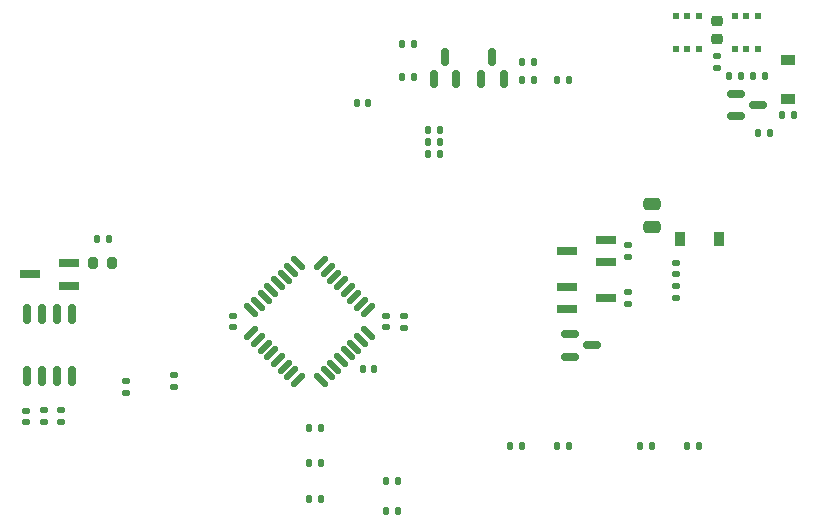
<source format=gbr>
%TF.GenerationSoftware,KiCad,Pcbnew,(6.0.7)*%
%TF.CreationDate,2023-12-12T10:26:36+09:00*%
%TF.ProjectId,Odometry,4f646f6d-6574-4727-992e-6b696361645f,rev?*%
%TF.SameCoordinates,Original*%
%TF.FileFunction,Paste,Bot*%
%TF.FilePolarity,Positive*%
%FSLAX46Y46*%
G04 Gerber Fmt 4.6, Leading zero omitted, Abs format (unit mm)*
G04 Created by KiCad (PCBNEW (6.0.7)) date 2023-12-12 10:26:36*
%MOMM*%
%LPD*%
G01*
G04 APERTURE LIST*
G04 Aperture macros list*
%AMRoundRect*
0 Rectangle with rounded corners*
0 $1 Rounding radius*
0 $2 $3 $4 $5 $6 $7 $8 $9 X,Y pos of 4 corners*
0 Add a 4 corners polygon primitive as box body*
4,1,4,$2,$3,$4,$5,$6,$7,$8,$9,$2,$3,0*
0 Add four circle primitives for the rounded corners*
1,1,$1+$1,$2,$3*
1,1,$1+$1,$4,$5*
1,1,$1+$1,$6,$7*
1,1,$1+$1,$8,$9*
0 Add four rect primitives between the rounded corners*
20,1,$1+$1,$2,$3,$4,$5,0*
20,1,$1+$1,$4,$5,$6,$7,0*
20,1,$1+$1,$6,$7,$8,$9,0*
20,1,$1+$1,$8,$9,$2,$3,0*%
G04 Aperture macros list end*
%ADD10RoundRect,0.150000X-0.587500X-0.150000X0.587500X-0.150000X0.587500X0.150000X-0.587500X0.150000X0*%
%ADD11RoundRect,0.140000X-0.140000X-0.170000X0.140000X-0.170000X0.140000X0.170000X-0.140000X0.170000X0*%
%ADD12RoundRect,0.135000X0.135000X0.185000X-0.135000X0.185000X-0.135000X-0.185000X0.135000X-0.185000X0*%
%ADD13RoundRect,0.150000X0.150000X-0.587500X0.150000X0.587500X-0.150000X0.587500X-0.150000X-0.587500X0*%
%ADD14RoundRect,0.135000X-0.135000X-0.185000X0.135000X-0.185000X0.135000X0.185000X-0.135000X0.185000X0*%
%ADD15RoundRect,0.140000X-0.170000X0.140000X-0.170000X-0.140000X0.170000X-0.140000X0.170000X0.140000X0*%
%ADD16R,0.900000X1.200000*%
%ADD17R,1.800000X0.800000*%
%ADD18RoundRect,0.135000X-0.185000X0.135000X-0.185000X-0.135000X0.185000X-0.135000X0.185000X0.135000X0*%
%ADD19RoundRect,0.150000X-0.150000X0.675000X-0.150000X-0.675000X0.150000X-0.675000X0.150000X0.675000X0*%
%ADD20RoundRect,0.140000X0.170000X-0.140000X0.170000X0.140000X-0.170000X0.140000X-0.170000X-0.140000X0*%
%ADD21RoundRect,0.135000X0.185000X-0.135000X0.185000X0.135000X-0.185000X0.135000X-0.185000X-0.135000X0*%
%ADD22R,1.200000X0.900000*%
%ADD23RoundRect,0.225000X-0.250000X0.225000X-0.250000X-0.225000X0.250000X-0.225000X0.250000X0.225000X0*%
%ADD24RoundRect,0.140000X0.140000X0.170000X-0.140000X0.170000X-0.140000X-0.170000X0.140000X-0.170000X0*%
%ADD25R,0.620000X0.575000*%
%ADD26RoundRect,0.125000X0.530330X-0.353553X-0.353553X0.530330X-0.530330X0.353553X0.353553X-0.530330X0*%
%ADD27RoundRect,0.125000X0.530330X0.353553X0.353553X0.530330X-0.530330X-0.353553X-0.353553X-0.530330X0*%
%ADD28RoundRect,0.200000X-0.200000X-0.275000X0.200000X-0.275000X0.200000X0.275000X-0.200000X0.275000X0*%
%ADD29RoundRect,0.250000X0.475000X-0.250000X0.475000X0.250000X-0.475000X0.250000X-0.475000X-0.250000X0*%
G04 APERTURE END LIST*
D10*
%TO.C,Q2*%
X76289965Y-25948230D03*
X76289965Y-24048230D03*
X78164965Y-24998230D03*
%TD*%
D11*
%TO.C,C19*%
X44182500Y-24837500D03*
X45142500Y-24837500D03*
%TD*%
D12*
%TO.C,R11*%
X41172500Y-52337500D03*
X40152500Y-52337500D03*
%TD*%
D13*
%TO.C,Q8*%
X52612500Y-22775000D03*
X50712500Y-22775000D03*
X51662500Y-20900000D03*
%TD*%
D14*
%TO.C,R19*%
X50207645Y-27135299D03*
X51227645Y-27135299D03*
%TD*%
D15*
%TO.C,C10*%
X71162500Y-38357500D03*
X71162500Y-39317500D03*
%TD*%
D12*
%TO.C,R9*%
X41172500Y-58337500D03*
X40152500Y-58337500D03*
%TD*%
D16*
%TO.C,D6*%
X71512500Y-36337500D03*
X74812500Y-36337500D03*
%TD*%
D14*
%TO.C,R5*%
X61152500Y-53837500D03*
X62172500Y-53837500D03*
%TD*%
D17*
%TO.C,Q7*%
X62012500Y-42287500D03*
X62012500Y-40387500D03*
X65312500Y-41337500D03*
%TD*%
D13*
%TO.C,Q5*%
X56612500Y-22775000D03*
X54712500Y-22775000D03*
X55662500Y-20900000D03*
%TD*%
D14*
%TO.C,R29*%
X50207645Y-29135299D03*
X51227645Y-29135299D03*
%TD*%
D18*
%TO.C,R35*%
X17662500Y-50827500D03*
X17662500Y-51847500D03*
%TD*%
D10*
%TO.C,Q6*%
X62225000Y-46287500D03*
X62225000Y-44387500D03*
X64100000Y-45337500D03*
%TD*%
D14*
%TO.C,R33*%
X22152500Y-36337500D03*
X23172500Y-36337500D03*
%TD*%
D18*
%TO.C,R34*%
X24662500Y-48327500D03*
X24662500Y-49347500D03*
%TD*%
D15*
%TO.C,C16*%
X33662500Y-42857500D03*
X33662500Y-43817500D03*
%TD*%
D14*
%TO.C,R1*%
X72152500Y-53837500D03*
X73172500Y-53837500D03*
%TD*%
D12*
%TO.C,R10*%
X41172500Y-55337500D03*
X40152500Y-55337500D03*
%TD*%
D14*
%TO.C,R28*%
X58152500Y-21337500D03*
X59172500Y-21337500D03*
%TD*%
D19*
%TO.C,U3*%
X16257500Y-42712500D03*
X17527500Y-42712500D03*
X18797500Y-42712500D03*
X20067500Y-42712500D03*
X20067500Y-47962500D03*
X18797500Y-47962500D03*
X17527500Y-47962500D03*
X16257500Y-47962500D03*
%TD*%
D20*
%TO.C,C17*%
X46662500Y-43817500D03*
X46662500Y-42857500D03*
%TD*%
D18*
%TO.C,R27*%
X28662500Y-47817501D03*
X28662500Y-48837501D03*
%TD*%
D17*
%TO.C,Q4*%
X65312500Y-36387500D03*
X65312500Y-38287500D03*
X62012500Y-37337500D03*
%TD*%
D14*
%TO.C,R30*%
X47990000Y-19837500D03*
X49010000Y-19837500D03*
%TD*%
D21*
%TO.C,R36*%
X19162500Y-51847500D03*
X19162500Y-50827500D03*
%TD*%
%TO.C,R20*%
X67162500Y-37847500D03*
X67162500Y-36827500D03*
%TD*%
D22*
%TO.C,D2*%
X80662500Y-24487500D03*
X80662500Y-21187500D03*
%TD*%
D23*
%TO.C,C2*%
X74662500Y-17837500D03*
X74662500Y-19387500D03*
%TD*%
D14*
%TO.C,R6*%
X75717465Y-22498230D03*
X76737465Y-22498230D03*
%TD*%
D11*
%TO.C,C14*%
X44682500Y-47337500D03*
X45642500Y-47337500D03*
%TD*%
D12*
%TO.C,R21*%
X59172500Y-22837500D03*
X58152500Y-22837500D03*
%TD*%
D18*
%TO.C,R17*%
X71162500Y-40327500D03*
X71162500Y-41347500D03*
%TD*%
%TO.C,R23*%
X67162500Y-40827500D03*
X67162500Y-41847500D03*
%TD*%
D14*
%TO.C,R15*%
X80152500Y-25837500D03*
X81172500Y-25837500D03*
%TD*%
%TO.C,R7*%
X77717465Y-22498230D03*
X78737465Y-22498230D03*
%TD*%
%TO.C,R24*%
X48029336Y-22634612D03*
X49049336Y-22634612D03*
%TD*%
%TO.C,R4*%
X57142501Y-53837500D03*
X58162501Y-53837500D03*
%TD*%
D18*
%TO.C,R31*%
X48162500Y-42827500D03*
X48162500Y-43847500D03*
%TD*%
D24*
%TO.C,C4*%
X51197645Y-28135299D03*
X50237645Y-28135299D03*
%TD*%
D15*
%TO.C,C18*%
X16162500Y-50857500D03*
X16162500Y-51817500D03*
%TD*%
D25*
%TO.C,Q1*%
X71212500Y-17449500D03*
X72162500Y-17449500D03*
X73112500Y-17449500D03*
X73112500Y-20225500D03*
X72162500Y-20225500D03*
X71212500Y-20225500D03*
%TD*%
D26*
%TO.C,U2*%
X45094570Y-44309772D03*
X44528884Y-44875457D03*
X43963199Y-45441143D03*
X43397514Y-46006828D03*
X42831828Y-46572514D03*
X42266143Y-47138199D03*
X41700457Y-47703884D03*
X41134772Y-48269570D03*
D27*
X39190228Y-48269570D03*
X38624543Y-47703884D03*
X38058857Y-47138199D03*
X37493172Y-46572514D03*
X36927486Y-46006828D03*
X36361801Y-45441143D03*
X35796116Y-44875457D03*
X35230430Y-44309772D03*
D26*
X35230430Y-42365228D03*
X35796116Y-41799543D03*
X36361801Y-41233857D03*
X36927486Y-40668172D03*
X37493172Y-40102486D03*
X38058857Y-39536801D03*
X38624543Y-38971116D03*
X39190228Y-38405430D03*
D27*
X41134772Y-38405430D03*
X41700457Y-38971116D03*
X42266143Y-39536801D03*
X42831828Y-40102486D03*
X43397514Y-40668172D03*
X43963199Y-41233857D03*
X44528884Y-41799543D03*
X45094570Y-42365228D03*
%TD*%
D14*
%TO.C,R8*%
X78152500Y-27337500D03*
X79172500Y-27337500D03*
%TD*%
D25*
%TO.C,Q3*%
X78112500Y-20225500D03*
X77162500Y-20225500D03*
X76212500Y-20225500D03*
X76212500Y-17449500D03*
X77162500Y-17449500D03*
X78112500Y-17449500D03*
%TD*%
D12*
%TO.C,R22*%
X62172500Y-22837500D03*
X61152500Y-22837500D03*
%TD*%
D28*
%TO.C,R32*%
X21837500Y-38337500D03*
X23487500Y-38337500D03*
%TD*%
D17*
%TO.C,Q9*%
X19812500Y-38387500D03*
X19812500Y-40287500D03*
X16512500Y-39337500D03*
%TD*%
D29*
%TO.C,C7*%
X69162500Y-35287500D03*
X69162500Y-33387500D03*
%TD*%
D21*
%TO.C,R2*%
X74662500Y-21847500D03*
X74662500Y-20827500D03*
%TD*%
D12*
%TO.C,R12*%
X47672500Y-56837500D03*
X46652500Y-56837500D03*
%TD*%
D14*
%TO.C,R3*%
X68152500Y-53837500D03*
X69172500Y-53837500D03*
%TD*%
D12*
%TO.C,R14*%
X47672500Y-59337500D03*
X46652500Y-59337500D03*
%TD*%
M02*

</source>
